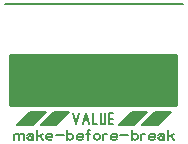
<source format=gbr>
%FSLAX34Y34*%
%MOMM*%
%LNSILK_TOP*%
G71*
G01*
%ADD10C, 0.150*%
%ADD11C, 0.175*%
%ADD12C, 0.300*%
%ADD13C, 0.151*%
%LPD*%
G54D10*
X169000Y-174000D02*
X19000Y-174000D01*
G54D11*
X76319Y-266278D02*
X78764Y-276056D01*
X81208Y-266278D01*
G54D11*
X84630Y-276056D02*
X87074Y-266278D01*
X89519Y-276056D01*
G54D11*
X85608Y-272389D02*
X88541Y-272389D01*
G54D11*
X92941Y-266278D02*
X92941Y-276056D01*
X96363Y-276056D01*
G54D11*
X99785Y-266278D02*
X99785Y-274222D01*
X100274Y-275444D01*
X101252Y-276056D01*
X102230Y-276056D01*
X103207Y-275444D01*
X103696Y-274222D01*
X103696Y-266278D01*
G54D11*
X110540Y-276056D02*
X107118Y-276056D01*
X107118Y-266278D01*
X110540Y-266278D01*
G54D11*
X107118Y-271167D02*
X110540Y-271167D01*
G36*
X23669Y-217919D02*
X163669Y-217919D01*
X163669Y-259919D01*
X23669Y-259919D01*
X23669Y-217919D01*
G37*
G54D12*
X23669Y-217919D02*
X163669Y-217919D01*
X163669Y-259919D01*
X23669Y-259919D01*
X23669Y-217919D01*
G36*
X73000Y-266000D02*
X62000Y-277000D01*
X49000Y-277000D01*
X60000Y-266000D01*
X73000Y-266000D01*
G37*
G54D10*
X73000Y-266000D02*
X62000Y-277000D01*
X49000Y-277000D01*
X60000Y-266000D01*
X73000Y-266000D01*
G36*
X53000Y-266000D02*
X42000Y-277000D01*
X29000Y-277000D01*
X40000Y-266000D01*
X53000Y-266000D01*
G37*
G54D10*
X53000Y-266000D02*
X42000Y-277000D01*
X29000Y-277000D01*
X40000Y-266000D01*
X53000Y-266000D01*
G36*
X139000Y-266000D02*
X128000Y-277000D01*
X115000Y-277000D01*
X126000Y-266000D01*
X139000Y-266000D01*
G37*
G54D10*
X139000Y-266000D02*
X128000Y-277000D01*
X115000Y-277000D01*
X126000Y-266000D01*
X139000Y-266000D01*
G36*
X159000Y-266000D02*
X148000Y-277000D01*
X135000Y-277000D01*
X146000Y-266000D01*
X159000Y-266000D01*
G37*
G54D10*
X159000Y-266000D02*
X148000Y-277000D01*
X135000Y-277000D01*
X146000Y-266000D01*
X159000Y-266000D01*
G54D13*
X26319Y-289056D02*
X26319Y-284306D01*
G54D13*
X26319Y-285150D02*
X28008Y-284306D01*
X29697Y-284622D01*
X30541Y-285361D01*
X30541Y-289056D01*
G54D13*
X30541Y-285150D02*
X32230Y-284306D01*
X33919Y-284622D01*
X34763Y-285361D01*
X34763Y-289056D01*
G54D13*
X37719Y-284833D02*
X39408Y-284306D01*
X41435Y-284306D01*
X42786Y-285361D01*
X42786Y-289056D01*
G54D13*
X42786Y-287472D02*
X41941Y-286417D01*
X40252Y-286206D01*
X38563Y-286417D01*
X37719Y-287472D01*
X38057Y-288528D01*
X39408Y-289056D01*
X40252Y-289056D01*
X40590Y-289056D01*
X41941Y-288528D01*
X42786Y-287472D01*
G54D13*
X45742Y-289056D02*
X45742Y-280611D01*
G54D13*
X48275Y-285889D02*
X50809Y-289056D01*
G54D13*
X45742Y-286944D02*
X50809Y-284306D01*
G54D13*
X58832Y-288528D02*
X57481Y-289056D01*
X55792Y-289056D01*
X54103Y-288528D01*
X53765Y-287472D01*
X53765Y-285678D01*
X54609Y-284622D01*
X56298Y-284306D01*
X57987Y-284622D01*
X58832Y-285361D01*
X58832Y-286417D01*
X53765Y-286417D01*
G54D13*
X61788Y-285361D02*
X68544Y-285361D01*
G54D13*
X71500Y-289056D02*
X71500Y-280611D01*
G54D13*
X71500Y-285678D02*
X72344Y-284622D01*
X74033Y-284306D01*
X75722Y-284622D01*
X76567Y-285678D01*
X76567Y-287789D01*
X75722Y-288844D01*
X74033Y-289056D01*
X72344Y-288844D01*
X71500Y-287789D01*
G54D13*
X84590Y-288528D02*
X83239Y-289056D01*
X81550Y-289056D01*
X79861Y-288528D01*
X79523Y-287472D01*
X79523Y-285678D01*
X80367Y-284622D01*
X82056Y-284306D01*
X83745Y-284622D01*
X84590Y-285361D01*
X84590Y-286417D01*
X79523Y-286417D01*
G54D13*
X89235Y-289056D02*
X89235Y-281139D01*
X90079Y-280611D01*
X90924Y-280928D01*
G54D13*
X87546Y-284306D02*
X90924Y-284306D01*
G54D13*
X98947Y-287789D02*
X98947Y-285678D01*
X98102Y-284622D01*
X96413Y-284306D01*
X94724Y-284622D01*
X93880Y-285678D01*
X93880Y-287789D01*
X94724Y-288844D01*
X96413Y-289056D01*
X98102Y-288844D01*
X98947Y-287789D01*
G54D13*
X101903Y-289056D02*
X101903Y-284306D01*
G54D13*
X101903Y-285361D02*
X103592Y-284306D01*
X105281Y-284306D01*
G54D13*
X113304Y-288528D02*
X111953Y-289056D01*
X110264Y-289056D01*
X108575Y-288528D01*
X108237Y-287472D01*
X108237Y-285678D01*
X109081Y-284622D01*
X110770Y-284306D01*
X112459Y-284622D01*
X113304Y-285361D01*
X113304Y-286417D01*
X108237Y-286417D01*
G54D13*
X116260Y-285361D02*
X123016Y-285361D01*
G54D13*
X125972Y-289056D02*
X125972Y-280611D01*
G54D13*
X125972Y-285678D02*
X126816Y-284622D01*
X128505Y-284306D01*
X130194Y-284622D01*
X131039Y-285678D01*
X131039Y-287789D01*
X130194Y-288844D01*
X128505Y-289056D01*
X126816Y-288844D01*
X125972Y-287789D01*
G54D13*
X133995Y-289056D02*
X133995Y-284306D01*
G54D13*
X133995Y-285361D02*
X135684Y-284306D01*
X137373Y-284306D01*
G54D13*
X145396Y-288528D02*
X144045Y-289056D01*
X142356Y-289056D01*
X140667Y-288528D01*
X140329Y-287472D01*
X140329Y-285678D01*
X141173Y-284622D01*
X142862Y-284306D01*
X144551Y-284622D01*
X145396Y-285361D01*
X145396Y-286417D01*
X140329Y-286417D01*
G54D13*
X148352Y-284833D02*
X150041Y-284306D01*
X152068Y-284306D01*
X153419Y-285361D01*
X153419Y-289056D01*
G54D13*
X153419Y-287472D02*
X152574Y-286417D01*
X150885Y-286206D01*
X149196Y-286417D01*
X148352Y-287472D01*
X148690Y-288528D01*
X150041Y-289056D01*
X150885Y-289056D01*
X151223Y-289056D01*
X152574Y-288528D01*
X153419Y-287472D01*
G54D13*
X156375Y-289056D02*
X156375Y-280611D01*
G54D13*
X158908Y-285889D02*
X161442Y-289056D01*
G54D13*
X156375Y-286944D02*
X161442Y-284306D01*
M02*

</source>
